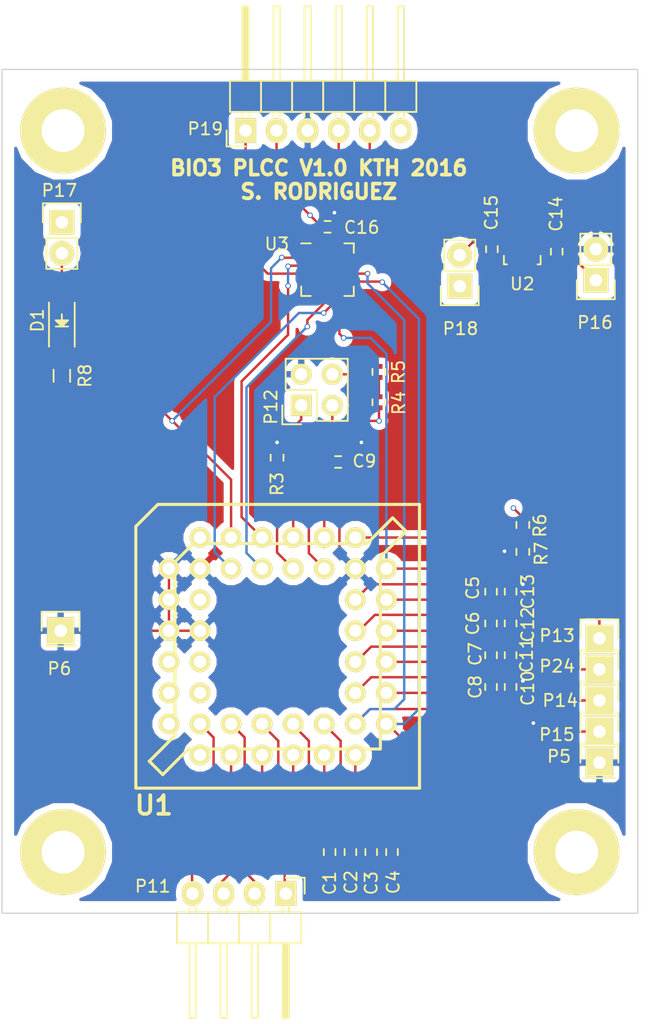
<source format=kicad_pcb>
(kicad_pcb (version 20160815) (host pcbnew no-vcs-found-undefined)
  (layers (0 F.Cu signal) (1 In1.Cu signal) (2 In2.Cu signal) (31 B.Cu signal) (35 F.Paste user) (37 F.SilkS user) (39 F.Mask user) (44 Edge.Cuts user))
  (net 0 "")
  (net 1 GND)
  (net 2 "Net-(C5-Pad2)")
  (net 3 "Net-(C6-Pad2)")
  (net 4 "Net-(C8-Pad2)")
  (net 5 +1V8)
  (net 6 "Net-(C10-Pad1)")
  (net 7 "Net-(C11-Pad1)")
  (net 8 "Net-(C12-Pad1)")
  (net 9 "Net-(C13-Pad1)")
  (net 10 "Net-(C14-Pad1)")
  (net 11 "Net-(C15-Pad1)")
  (net 12 "Net-(D1-Pad2)")
  (net 13 "Net-(D1-Pad1)")
  (net 14 "Net-(P11-Pad1)")
  (net 15 "Net-(P11-Pad2)")
  (net 16 "Net-(P11-Pad3)")
  (net 17 "Net-(P11-Pad4)")
  (net 18 "Net-(P12-Pad1)")
  (net 19 "Net-(P12-Pad3)")
  (net 20 "Net-(P12-Pad4)")
  (net 21 /VREF_SE)
  (net 22 /VOUTP)
  (net 23 /VOUTN)
  (net 24 /MCLR)
  (net 25 /PGD)
  (net 26 /PGC)
  (net 27 "Net-(R3-Pad2)")
  (net 28 "Net-(R4-Pad2)")
  (net 29 /CFG_DAT)
  (net 30 /CFG_CLK)
  (net 31 /CLK_REF)
  (net 32 /VOUT_SE)
  (net 33 "Net-(C1-Pad2)")
  (net 34 "Net-(C1-Pad1)")
  (net 35 "Net-(C2-Pad1)")
  (net 36 "Net-(C3-Pad2)")
  (net 37 "Net-(C3-Pad1)")
  (net 38 "Net-(C4-Pad1)")
  (net 39 "Net-(C7-Pad2)")
  (net 40 /RESET_SKIN)
  (module w_pth_plcc:plcc44_pth-skt (layer F.Cu) (at 123.55 97.17 180)
    (fp_text reference U1 (at 10.128 -13.01 180) (layer F.SilkS) (effects (font (thickness 0.3048))))
    (fp_text value SKINC2016_PLCC hide)
    (pad 44 thru_hole circle (at -1.27 8.89 180) (size 1.69926 1.69926) (drill 1.00076) (layers *.Cu *.Mask F.SilkS) (net 18 "Net-(P12-Pad1)"))
    (pad 43 thru_hole circle (at -3.81 6.35 180) (size 1.69926 1.69926) (drill 1.00076) (layers *.Cu *.Mask F.SilkS) (net 19 "Net-(P12-Pad3)"))
    (pad 42 thru_hole circle (at -3.81 8.89 180) (size 1.69926 1.69926) (drill 1.00076) (layers *.Cu *.Mask F.SilkS) (net 5 +1V8))
    (pad 41 thru_hole circle (at -6.35 6.35 180) (size 1.69926 1.69926) (drill 1.00076) (layers *.Cu *.Mask F.SilkS) (net 1 GND))
    (pad 40 thru_hole circle (at -6.35 8.89 180) (size 1.69926 1.69926) (drill 1.00076) (layers *.Cu *.Mask F.SilkS) (net 21 /VREF_SE))
    (pad 39 thru_hole circle (at -8.89 6.35 180) (size 1.69926 1.69926) (drill 1.00076) (layers *.Cu *.Mask F.SilkS) (net 32 /VOUT_SE))
    (pad 38 thru_hole circle (at -6.35 3.81 180) (size 1.69926 1.69926) (drill 1.00076) (layers *.Cu *.Mask F.SilkS) (net 2 "Net-(C5-Pad2)"))
    (pad 37 thru_hole circle (at -8.89 3.81 180) (size 1.69926 1.69926) (drill 1.00076) (layers *.Cu *.Mask F.SilkS) (net 9 "Net-(C13-Pad1)"))
    (pad 36 thru_hole circle (at -6.35 1.27 180) (size 1.69926 1.69926) (drill 1.00076) (layers *.Cu *.Mask F.SilkS) (net 3 "Net-(C6-Pad2)"))
    (pad 35 thru_hole circle (at -8.89 1.27 180) (size 1.69926 1.69926) (drill 1.00076) (layers *.Cu *.Mask F.SilkS) (net 8 "Net-(C12-Pad1)"))
    (pad 34 thru_hole circle (at -6.35 -1.27 180) (size 1.69926 1.69926) (drill 1.00076) (layers *.Cu *.Mask F.SilkS) (net 39 "Net-(C7-Pad2)"))
    (pad 33 thru_hole circle (at -8.89 -1.27 180) (size 1.69926 1.69926) (drill 1.00076) (layers *.Cu *.Mask F.SilkS) (net 7 "Net-(C11-Pad1)"))
    (pad 31 thru_hole circle (at -8.89 -3.81 180) (size 1.69926 1.69926) (drill 1.00076) (layers *.Cu *.Mask F.SilkS) (net 6 "Net-(C10-Pad1)"))
    (pad 30 thru_hole circle (at -6.35 -6.35 180) (size 1.69926 1.69926) (drill 1.00076) (layers *.Cu *.Mask F.SilkS) (net 22 /VOUTP))
    (pad 29 thru_hole circle (at -8.89 -6.35 180) (size 1.69926 1.69926) (drill 1.00076) (layers *.Cu *.Mask F.SilkS) (net 23 /VOUTN))
    (pad 28 thru_hole circle (at -6.35 -8.89 180) (size 1.69926 1.69926) (drill 1.00076) (layers *.Cu *.Mask F.SilkS) (net 38 "Net-(C4-Pad1)"))
    (pad 32 thru_hole circle (at -6.35 -3.81 180) (size 1.69926 1.69926) (drill 1.00076) (layers *.Cu *.Mask F.SilkS) (net 4 "Net-(C8-Pad2)"))
    (pad 27 thru_hole circle (at -3.81 -6.35 180) (size 1.69926 1.69926) (drill 1.00076) (layers *.Cu *.Mask F.SilkS) (net 37 "Net-(C3-Pad1)"))
    (pad 26 thru_hole circle (at -3.81 -8.89 180) (size 1.69926 1.69926) (drill 1.00076) (layers *.Cu *.Mask F.SilkS) (net 36 "Net-(C3-Pad2)"))
    (pad 25 thru_hole circle (at -1.27 -6.35 180) (size 1.69926 1.69926) (drill 1.00076) (layers *.Cu *.Mask F.SilkS) (net 35 "Net-(C2-Pad1)"))
    (pad 24 thru_hole circle (at -1.27 -8.89 180) (size 1.69926 1.69926) (drill 1.00076) (layers *.Cu *.Mask F.SilkS) (net 34 "Net-(C1-Pad1)"))
    (pad 23 thru_hole circle (at 1.27 -6.35 180) (size 1.69926 1.69926) (drill 1.00076) (layers *.Cu *.Mask F.SilkS) (net 33 "Net-(C1-Pad2)"))
    (pad 22 thru_hole circle (at 1.27 -8.89 180) (size 1.69926 1.69926) (drill 1.00076) (layers *.Cu *.Mask F.SilkS) (net 14 "Net-(P11-Pad1)"))
    (pad 21 thru_hole circle (at 3.81 -6.35 180) (size 1.69926 1.69926) (drill 1.00076) (layers *.Cu *.Mask F.SilkS) (net 15 "Net-(P11-Pad2)"))
    (pad 20 thru_hole circle (at 3.81 -8.89 180) (size 1.69926 1.69926) (drill 1.00076) (layers *.Cu *.Mask F.SilkS) (net 16 "Net-(P11-Pad3)"))
    (pad 19 thru_hole circle (at 6.35 -6.35 180) (size 1.69926 1.69926) (drill 1.00076) (layers *.Cu *.Mask F.SilkS) (net 17 "Net-(P11-Pad4)"))
    (pad 18 thru_hole circle (at 6.35 -8.89 180) (size 1.69926 1.69926) (drill 1.00076) (layers *.Cu *.Mask F.SilkS))
    (pad 17 thru_hole circle (at 8.89 -6.35 180) (size 1.69926 1.69926) (drill 1.00076) (layers *.Cu *.Mask F.SilkS))
    (pad 16 thru_hole circle (at 6.35 -3.81 180) (size 1.69926 1.69926) (drill 1.00076) (layers *.Cu *.Mask F.SilkS))
    (pad 15 thru_hole circle (at 8.89 -3.81 180) (size 1.69926 1.69926) (drill 1.00076) (layers *.Cu *.Mask F.SilkS))
    (pad 14 thru_hole circle (at 6.35 -1.27 180) (size 1.69926 1.69926) (drill 1.00076) (layers *.Cu *.Mask F.SilkS))
    (pad 13 thru_hole circle (at 8.89 -1.27 180) (size 1.69926 1.69926) (drill 1.00076) (layers *.Cu *.Mask F.SilkS))
    (pad 12 thru_hole circle (at 6.35 1.27 180) (size 1.69926 1.69926) (drill 1.00076) (layers *.Cu *.Mask F.SilkS) (net 1 GND))
    (pad 11 thru_hole circle (at 8.89 1.27 180) (size 1.69926 1.69926) (drill 1.00076) (layers *.Cu *.Mask F.SilkS) (net 1 GND))
    (pad 10 thru_hole circle (at 6.35 3.81 180) (size 1.69926 1.69926) (drill 1.00076) (layers *.Cu *.Mask F.SilkS) (net 5 +1V8))
    (pad 9 thru_hole circle (at 8.89 3.81 180) (size 1.69926 1.69926) (drill 1.00076) (layers *.Cu *.Mask F.SilkS) (net 1 GND))
    (pad 8 thru_hole circle (at 6.35 6.35 180) (size 1.69926 1.69926) (drill 1.00076) (layers *.Cu *.Mask F.SilkS) (net 1 GND))
    (pad 7 thru_hole circle (at 8.89 6.35 180) (size 1.69926 1.69926) (drill 1.00076) (layers *.Cu *.Mask F.SilkS) (net 1 GND))
    (pad 6 thru_hole circle (at 6.35 8.89 180) (size 1.69926 1.69926) (drill 1.00076) (layers *.Cu *.Mask F.SilkS) (net 5 +1V8))
    (pad 5 thru_hole circle (at 3.81 6.35 180) (size 1.69926 1.69926) (drill 1.00076) (layers *.Cu *.Mask F.SilkS) (net 29 /CFG_DAT))
    (pad 4 thru_hole circle (at 3.81 8.89 180) (size 1.69926 1.69926) (drill 1.00076) (layers *.Cu *.Mask F.SilkS) (net 40 /RESET_SKIN))
    (pad 3 thru_hole circle (at 1.27 6.35 180) (size 1.69926 1.69926) (drill 1.00076) (layers *.Cu *.Mask F.SilkS) (net 30 /CFG_CLK))
    (pad 1 thru_hole circle (at -1.27 6.35 180) (size 1.69926 1.69926) (drill 1.00076) (layers *.Cu *.Mask F.SilkS) (net 27 "Net-(R3-Pad2)"))
    (pad 2 thru_hole circle (at 1.27 8.89 180) (size 1.69926 1.69926) (drill 1.00076) (layers *.Cu *.Mask F.SilkS) (net 31 /CLK_REF))
  )
  (module Capacitors_SMD:C_0402 (layer F.Cu) (at 127.63 62.87)
    (fp_text reference C16 (at 2.79 0.05) (layer F.SilkS))
    (fp_text value 0.1U)
    (pad 2 smd rect (at 0.55 0) (size 0.6 0.5) (layers F.Cu F.Paste F.Mask) (net 1 GND))
    (pad 1 smd rect (at -0.55 0) (size 0.6 0.5) (layers F.Cu F.Paste F.Mask) (net 5 +1V8))
  )
  (module Capacitors_SMD:C_0402 (layer F.Cu) (at 127.8 114 270)
    (fp_text reference C1 (at 2.54 0 270) (layer F.SilkS))
    (fp_text value 1.5n)
    (pad 1 smd rect (at -0.55 0 270) (size 0.6 0.5) (layers F.Cu F.Paste F.Mask) (net 34 "Net-(C1-Pad1)"))
    (pad 2 smd rect (at 0.55 0 270) (size 0.6 0.5) (layers F.Cu F.Paste F.Mask) (net 33 "Net-(C1-Pad2)"))
  )
  (module Capacitors_SMD:C_0402 (layer F.Cu) (at 131.2 114 270)
    (fp_text reference C3 (at 2.54 0 270) (layer F.SilkS))
    (fp_text value 1.5n)
    (pad 2 smd rect (at 0.55 0 270) (size 0.6 0.5) (layers F.Cu F.Paste F.Mask) (net 36 "Net-(C3-Pad2)"))
    (pad 1 smd rect (at -0.55 0 270) (size 0.6 0.5) (layers F.Cu F.Paste F.Mask) (net 37 "Net-(C3-Pad1)"))
  )
  (module Capacitors_SMD:C_0402 (layer F.Cu) (at 141 92.7 90)
    (fp_text reference C5 (at 0.3 -1.5 90) (layer F.SilkS))
    (fp_text value 470p)
    (pad 2 smd rect (at 0.55 0 90) (size 0.6 0.5) (layers F.Cu F.Paste F.Mask) (net 2 "Net-(C5-Pad2)"))
    (pad 1 smd rect (at -0.55 0 90) (size 0.6 0.5) (layers F.Cu F.Paste F.Mask) (net 9 "Net-(C13-Pad1)"))
  )
  (module Capacitors_SMD:C_0402 (layer F.Cu) (at 141 95.3 90)
    (fp_text reference C6 (at 0 -1.5 90) (layer F.SilkS))
    (fp_text value 470p)
    (pad 2 smd rect (at 0.55 0 90) (size 0.6 0.5) (layers F.Cu F.Paste F.Mask) (net 3 "Net-(C6-Pad2)"))
    (pad 1 smd rect (at -0.55 0 90) (size 0.6 0.5) (layers F.Cu F.Paste F.Mask) (net 8 "Net-(C12-Pad1)"))
  )
  (module Capacitors_SMD:C_0402 (layer F.Cu) (at 141 97.9 90)
    (fp_text reference C7 (at 0.1 -1.3 90) (layer F.SilkS))
    (fp_text value 470p)
    (pad 2 smd rect (at 0.55 0 90) (size 0.6 0.5) (layers F.Cu F.Paste F.Mask) (net 39 "Net-(C7-Pad2)"))
    (pad 1 smd rect (at -0.55 0 90) (size 0.6 0.5) (layers F.Cu F.Paste F.Mask) (net 7 "Net-(C11-Pad1)"))
  )
  (module Capacitors_SMD:C_0402 (layer F.Cu) (at 141 100.5 90)
    (fp_text reference C8 (at 0 -1.3 90) (layer F.SilkS))
    (fp_text value 470p)
    (pad 2 smd rect (at 0.55 0 90) (size 0.6 0.5) (layers F.Cu F.Paste F.Mask) (net 4 "Net-(C8-Pad2)"))
    (pad 1 smd rect (at -0.55 0 90) (size 0.6 0.5) (layers F.Cu F.Paste F.Mask) (net 6 "Net-(C10-Pad1)"))
  )
  (module Capacitors_SMD:C_0402 (layer F.Cu) (at 128.5 82.1)
    (fp_text reference C9 (at 2.14 -0.07) (layer F.SilkS))
    (fp_text value 0.1U)
    (pad 2 smd rect (at 0.55 0) (size 0.6 0.5) (layers F.Cu F.Paste F.Mask) (net 1 GND))
    (pad 1 smd rect (at -0.55 0) (size 0.6 0.5) (layers F.Cu F.Paste F.Mask) (net 5 +1V8))
  )
  (module Capacitors_SMD:C_0402 (layer F.Cu) (at 142.6 100.5 90)
    (fp_text reference C10 (at -0.1 1.4 90) (layer F.SilkS))
    (fp_text value 470p)
    (pad 2 smd rect (at 0.55 0 90) (size 0.6 0.5) (layers F.Cu F.Paste F.Mask) (net 1 GND))
    (pad 1 smd rect (at -0.55 0 90) (size 0.6 0.5) (layers F.Cu F.Paste F.Mask) (net 6 "Net-(C10-Pad1)"))
  )
  (module Capacitors_SMD:C_0402 (layer F.Cu) (at 142.6 97.9 90)
    (fp_text reference C11 (at 0 1.3 90) (layer F.SilkS))
    (fp_text value 470p)
    (pad 2 smd rect (at 0.55 0 90) (size 0.6 0.5) (layers F.Cu F.Paste F.Mask) (net 1 GND))
    (pad 1 smd rect (at -0.55 0 90) (size 0.6 0.5) (layers F.Cu F.Paste F.Mask) (net 7 "Net-(C11-Pad1)"))
  )
  (module Capacitors_SMD:C_0402 (layer F.Cu) (at 142.6 95.3 90)
    (fp_text reference C12 (at -0.1 1.4 90) (layer F.SilkS))
    (fp_text value 470p)
    (pad 2 smd rect (at 0.55 0 90) (size 0.6 0.5) (layers F.Cu F.Paste F.Mask) (net 1 GND))
    (pad 1 smd rect (at -0.55 0 90) (size 0.6 0.5) (layers F.Cu F.Paste F.Mask) (net 8 "Net-(C12-Pad1)"))
  )
  (module Capacitors_SMD:C_0402 (layer F.Cu) (at 142.6 92.7 90)
    (fp_text reference C13 (at 0 1.4 90) (layer F.SilkS))
    (fp_text value 470p)
    (pad 2 smd rect (at 0.55 0 90) (size 0.6 0.5) (layers F.Cu F.Paste F.Mask) (net 1 GND))
    (pad 1 smd rect (at -0.55 0 90) (size 0.6 0.5) (layers F.Cu F.Paste F.Mask) (net 9 "Net-(C13-Pad1)"))
  )
  (module Capacitors_SMD:C_0402 (layer F.Cu) (at 146.369903 64.901733 90)
    (fp_text reference C14 (at 3.081733 -0.059903 90) (layer F.SilkS))
    (fp_text value 1u)
    (pad 2 smd rect (at 0.55 0 90) (size 0.6 0.5) (layers F.Cu F.Paste F.Mask) (net 1 GND))
    (pad 1 smd rect (at -0.55 0 90) (size 0.6 0.5) (layers F.Cu F.Paste F.Mask) (net 10 "Net-(C14-Pad1)"))
  )
  (module Capacitors_SMD:C_0402 (layer F.Cu) (at 141.069903 64.701733 270)
    (fp_text reference C15 (at -2.991733 0.049903 270) (layer F.SilkS))
    (fp_text value 1u)
    (pad 2 smd rect (at 0.55 0 270) (size 0.6 0.5) (layers F.Cu F.Paste F.Mask) (net 1 GND))
    (pad 1 smd rect (at -0.55 0 270) (size 0.6 0.5) (layers F.Cu F.Paste F.Mask) (net 11 "Net-(C15-Pad1)"))
  )
  (module LEDs:LED_1206 (layer F.Cu) (at 105.9 70.51986 90)
    (fp_text reference D1 (at 0 -2 90) (layer F.SilkS))
    (fp_text value LED)
    (pad 1 smd rect (at -1.41986 0 270) (size 1.59766 1.80086) (layers F.Cu F.Paste F.Mask) (net 13 "Net-(D1-Pad1)"))
    (pad 2 smd rect (at 1.41986 0 270) (size 1.59766 1.80086) (layers F.Cu F.Paste F.Mask) (net 12 "Net-(D1-Pad2)"))
  )
  (module Pin_Headers:Pin_Header_Straight_1x01 (layer F.Cu) (at 149.86 106.68)
    (fp_text reference P5 (at -3.3 -0.5) (layer F.SilkS))
    (fp_text value CONN_01X01)
    (pad 1 thru_hole rect (at 0 0) (size 2.2352 2.2352) (drill 1.016) (layers *.Cu *.Mask F.SilkS) (net 1 GND))
  )
  (module Pin_Headers:Pin_Header_Straight_1x01 (layer F.Cu) (at 105.8 95.9)
    (fp_text reference P6 (at -0.1 3.1) (layer F.SilkS))
    (fp_text value CONN_01X01)
    (pad 1 thru_hole rect (at 0 0) (size 2.2352 2.2352) (drill 1.016) (layers *.Cu *.Mask F.SilkS) (net 1 GND))
  )
  (module Pin_Headers:Pin_Header_Angled_1x04 (layer F.Cu) (at 124.21 117.39 270)
    (fp_text reference P11 (at -0.6 10.88) (layer F.SilkS))
    (fp_text value CONN_01X04)
    (pad 4 thru_hole oval (at 0 7.62 270) (size 2.032 1.7272) (drill 1.016) (layers *.Cu *.Mask F.SilkS) (net 17 "Net-(P11-Pad4)"))
    (pad 3 thru_hole oval (at 0 5.08 270) (size 2.032 1.7272) (drill 1.016) (layers *.Cu *.Mask F.SilkS) (net 16 "Net-(P11-Pad3)"))
    (pad 2 thru_hole oval (at 0 2.54 270) (size 2.032 1.7272) (drill 1.016) (layers *.Cu *.Mask F.SilkS) (net 15 "Net-(P11-Pad2)"))
    (pad 1 thru_hole rect (at 0 0 270) (size 2.032 1.7272) (drill 1.016) (layers *.Cu *.Mask F.SilkS) (net 14 "Net-(P11-Pad1)"))
  )
  (module Pin_Headers:Pin_Header_Straight_2x02 (layer F.Cu) (at 125.476 77.47 90)
    (fp_text reference P12 (at -0.13 -2.476 90) (layer F.SilkS))
    (fp_text value CONN_02X02)
    (pad 4 thru_hole oval (at 2.54 2.54 90) (size 1.7272 1.7272) (drill 1.016) (layers *.Cu *.Mask F.SilkS) (net 20 "Net-(P12-Pad4)"))
    (pad 3 thru_hole oval (at 0 2.54 90) (size 1.7272 1.7272) (drill 1.016) (layers *.Cu *.Mask F.SilkS) (net 19 "Net-(P12-Pad3)"))
    (pad 2 thru_hole oval (at 2.54 0 90) (size 1.7272 1.7272) (drill 1.016) (layers *.Cu *.Mask F.SilkS) (net 1 GND))
    (pad 1 thru_hole rect (at 0 0 90) (size 1.7272 1.7272) (drill 1.016) (layers *.Cu *.Mask F.SilkS) (net 18 "Net-(P12-Pad1)"))
  )
  (module Pin_Headers:Pin_Header_Straight_1x01 (layer F.Cu) (at 149.86 96.52)
    (fp_text reference P13 (at -3.46 -0.22) (layer F.SilkS))
    (fp_text value CONN_01X01)
    (pad 1 thru_hole rect (at 0 0) (size 2.2352 2.2352) (drill 1.016) (layers *.Cu *.Mask F.SilkS) (net 21 /VREF_SE))
  )
  (module Pin_Headers:Pin_Header_Straight_1x01 (layer F.Cu) (at 149.86 101.6)
    (fp_text reference P14 (at -3.203333 0.005) (layer F.SilkS))
    (fp_text value CONN_01X01)
    (pad 1 thru_hole rect (at 0 0) (size 2.2352 2.2352) (drill 1.016) (layers *.Cu *.Mask F.SilkS) (net 22 /VOUTP))
  )
  (module Pin_Headers:Pin_Header_Straight_1x01 (layer F.Cu) (at 149.86 104.14)
    (fp_text reference P15 (at -3.473333 0.255) (layer F.SilkS))
    (fp_text value CONN_01X01)
    (pad 1 thru_hole rect (at 0 0) (size 2.2352 2.2352) (drill 1.016) (layers *.Cu *.Mask F.SilkS) (net 23 /VOUTN))
  )
  (module Pin_Headers:Pin_Header_Straight_1x02 (layer F.Cu) (at 149.569903 67.241733 180)
    (fp_text reference P16 (at 0.069903 -3.458267 180) (layer F.SilkS))
    (fp_text value CONN_01X02)
    (pad 2 thru_hole oval (at 0 2.54 180) (size 2.032 2.032) (drill 1.016) (layers *.Cu *.Mask F.SilkS) (net 1 GND))
    (pad 1 thru_hole rect (at 0 0 180) (size 2.032 2.032) (drill 1.016) (layers *.Cu *.Mask F.SilkS) (net 10 "Net-(C14-Pad1)"))
  )
  (module Pin_Headers:Pin_Header_Straight_1x02 (layer F.Cu) (at 105.9 62.5)
    (fp_text reference P17 (at -0.2 -2.6) (layer F.SilkS))
    (fp_text value CONN_01X02)
    (pad 2 thru_hole oval (at 0 2.54) (size 2.032 2.032) (drill 1.016) (layers *.Cu *.Mask F.SilkS) (net 12 "Net-(D1-Pad2)"))
    (pad 1 thru_hole rect (at 0 0) (size 2.032 2.032) (drill 1.016) (layers *.Cu *.Mask F.SilkS) (net 5 +1V8))
  )
  (module Pin_Headers:Pin_Header_Straight_1x02 (layer F.Cu) (at 138.440756 67.73152 180)
    (fp_text reference P18 (at -0.059244 -3.46848 180) (layer F.SilkS))
    (fp_text value CONN_01X02)
    (pad 2 thru_hole oval (at 0 2.54 180) (size 2.032 2.032) (drill 1.016) (layers *.Cu *.Mask F.SilkS) (net 11 "Net-(C15-Pad1)"))
    (pad 1 thru_hole rect (at 0 0 180) (size 2.032 2.032) (drill 1.016) (layers *.Cu *.Mask F.SilkS) (net 5 +1V8))
  )
  (module Pin_Headers:Pin_Header_Angled_1x06 (layer F.Cu) (at 120.92 55 90)
    (fp_text reference P19 (at 0.14 -3.29 180) (layer F.SilkS))
    (fp_text value CONN_01X06)
    (pad 6 thru_hole oval (at 0 12.7 90) (size 2.032 1.7272) (drill 1.016) (layers *.Cu *.Mask F.SilkS))
    (pad 5 thru_hole oval (at 0 10.16 90) (size 2.032 1.7272) (drill 1.016) (layers *.Cu *.Mask F.SilkS) (net 26 /PGC))
    (pad 4 thru_hole oval (at 0 7.62 90) (size 2.032 1.7272) (drill 1.016) (layers *.Cu *.Mask F.SilkS) (net 25 /PGD))
    (pad 3 thru_hole oval (at 0 5.08 90) (size 2.032 1.7272) (drill 1.016) (layers *.Cu *.Mask F.SilkS) (net 1 GND))
    (pad 2 thru_hole oval (at 0 2.54 90) (size 2.032 1.7272) (drill 1.016) (layers *.Cu *.Mask F.SilkS) (net 5 +1V8))
    (pad 1 thru_hole rect (at 0 0 90) (size 2.032 1.7272) (drill 1.016) (layers *.Cu *.Mask F.SilkS) (net 24 /MCLR))
  )
  (module Mounting_Holes:MountingHole_3.5mm_Pad (layer F.Cu) (at 106 114)
    (fp_text reference P20 (at -0.31 0.03) (layer F.SilkS))
    (fp_text value CONN_01X01)
    (pad 1 thru_hole circle (at 0 0) (size 7 7) (drill 3.5) (layers *.Cu *.Mask F.SilkS))
  )
  (module Mounting_Holes:MountingHole_3.5mm_Pad (layer F.Cu) (at 148 114)
    (fp_text reference P21 (at 0 0) (layer F.SilkS))
    (fp_text value CONN_01X01)
    (pad 1 thru_hole circle (at 0 0) (size 7 7) (drill 3.5) (layers *.Cu *.Mask F.SilkS))
  )
  (module Mounting_Holes:MountingHole_3.5mm_Pad (layer F.Cu) (at 106 55)
    (fp_text reference P22 (at 0 0) (layer F.SilkS))
    (fp_text value CONN_01X01)
    (pad 1 thru_hole circle (at 0 0) (size 7 7) (drill 3.5) (layers *.Cu *.Mask F.SilkS))
  )
  (module Mounting_Holes:MountingHole_3.5mm_Pad (layer F.Cu) (at 148 55)
    (fp_text reference P23 (at 0 0) (layer F.SilkS))
    (fp_text value CONN_01X01)
    (pad 1 thru_hole circle (at 0 0) (size 7 7) (drill 3.5) (layers *.Cu *.Mask F.SilkS))
  )
  (module Resistors_SMD:R_0402 (layer F.Cu) (at 123.5 81.75 270)
    (fp_text reference R3 (at 2.15 0 270) (layer F.SilkS))
    (fp_text value 1M)
    (pad 2 smd rect (at 0.45 0 270) (size 0.4 0.6) (layers F.Cu F.Paste F.Mask) (net 27 "Net-(R3-Pad2)"))
    (pad 1 smd rect (at -0.45 0 270) (size 0.4 0.6) (layers F.Cu F.Paste F.Mask) (net 1 GND))
  )
  (module Resistors_SMD:R_0402 (layer F.Cu) (at 131.826 77.216 90)
    (fp_text reference R4 (at -0.064 1.634 90) (layer F.SilkS))
    (fp_text value R_Small)
    (pad 2 smd rect (at 0.45 0 90) (size 0.4 0.6) (layers F.Cu F.Paste F.Mask) (net 28 "Net-(R4-Pad2)"))
    (pad 1 smd rect (at -0.45 0 90) (size 0.4 0.6) (layers F.Cu F.Paste F.Mask) (net 5 +1V8))
  )
  (module Resistors_SMD:R_0402 (layer F.Cu) (at 131.826 74.734 90)
    (fp_text reference R5 (at -0.006 1.604 90) (layer F.SilkS))
    (fp_text value R_Small)
    (pad 2 smd rect (at 0.45 0 90) (size 0.4 0.6) (layers F.Cu F.Paste F.Mask) (net 20 "Net-(P12-Pad4)"))
    (pad 1 smd rect (at -0.45 0 90) (size 0.4 0.6) (layers F.Cu F.Paste F.Mask) (net 28 "Net-(R4-Pad2)"))
  )
  (module Resistors_SMD:R_0402 (layer F.Cu) (at 143.6 87.25 270)
    (fp_text reference R6 (at 0.05 -1.4 270) (layer F.SilkS))
    (fp_text value 100k)
    (pad 2 smd rect (at 0.45 0 270) (size 0.4 0.6) (layers F.Cu F.Paste F.Mask) (net 21 /VREF_SE))
    (pad 1 smd rect (at -0.45 0 270) (size 0.4 0.6) (layers F.Cu F.Paste F.Mask) (net 5 +1V8))
  )
  (module Resistors_SMD:R_0402 (layer F.Cu) (at 143.6 89.45 270)
    (fp_text reference R7 (at 0.15 -1.5 270) (layer F.SilkS))
    (fp_text value 100k)
    (pad 2 smd rect (at 0.45 0 270) (size 0.4 0.6) (layers F.Cu F.Paste F.Mask) (net 1 GND))
    (pad 1 smd rect (at -0.45 0 270) (size 0.4 0.6) (layers F.Cu F.Paste F.Mask) (net 21 /VREF_SE))
  )
  (module Resistors_SMD:R_0603 (layer F.Cu) (at 105.9 75.05 270)
    (fp_text reference R8 (at 0 -1.9 270) (layer F.SilkS))
    (fp_text value R)
    (pad 2 smd rect (at 0.75 0 270) (size 0.5 0.9) (layers F.Cu F.Paste F.Mask) (net 40 /RESET_SKIN))
    (pad 1 smd rect (at -0.75 0 270) (size 0.5 0.9) (layers F.Cu F.Paste F.Mask) (net 13 "Net-(D1-Pad1)"))
  )
  (module TO_SOT_Packages_SMD:SOT-23 (layer F.Cu) (at 143.550756 65.28952 180)
    (fp_text reference U2 (at 0 -2.25 180) (layer F.SilkS))
    (fp_text value MCP1702_SOT23)
    (pad 3 smd rect (at 0 -0.99822 180) (size 0.8001 0.8001) (layers F.Cu F.Paste F.Mask) (net 10 "Net-(C14-Pad1)"))
    (pad 2 smd rect (at 0.95 1.00076 180) (size 0.8001 0.8001) (layers F.Cu F.Paste F.Mask) (net 11 "Net-(C15-Pad1)"))
    (pad 1 smd rect (at -0.95 1.00076 180) (size 0.8001 0.8001) (layers F.Cu F.Paste F.Mask) (net 1 GND))
  )
  (module Housings_DFN_QFN:QFN-16-1EP_4x4mm_Pitch0.65mm (layer F.Cu) (at 127.625 66.375)
    (fp_text reference U3 (at -4.14 -2.1) (layer F.SilkS))
    (fp_text value PIC16LF1823_QFN)
    (pad 17 smd rect (at -0.625 -0.625) (size 1.25 1.25) (layers F.Cu F.Paste F.Mask))
    (pad 17 smd rect (at -0.625 0.625) (size 1.25 1.25) (layers F.Cu F.Paste F.Mask))
    (pad 17 smd rect (at 0.625 -0.625) (size 1.25 1.25) (layers F.Cu F.Paste F.Mask))
    (pad 17 smd rect (at 0.625 0.625) (size 1.25 1.25) (layers F.Cu F.Paste F.Mask))
    (pad 16 smd rect (at -0.975 -2 90) (size 0.8 0.35) (layers F.Cu F.Paste F.Mask) (net 5 +1V8))
    (pad 15 smd rect (at -0.325 -2 90) (size 0.8 0.35) (layers F.Cu F.Paste F.Mask))
    (pad 14 smd rect (at 0.325 -2 90) (size 0.8 0.35) (layers F.Cu F.Paste F.Mask))
    (pad 13 smd rect (at 0.975 -2 90) (size 0.8 0.35) (layers F.Cu F.Paste F.Mask) (net 1 GND))
    (pad 12 smd rect (at 2 -0.975) (size 0.8 0.35) (layers F.Cu F.Paste F.Mask) (net 25 /PGD))
    (pad 11 smd rect (at 2 -0.325) (size 0.8 0.35) (layers F.Cu F.Paste F.Mask) (net 26 /PGC))
    (pad 10 smd rect (at 2 0.325) (size 0.8 0.35) (layers F.Cu F.Paste F.Mask) (net 22 /VOUTP))
    (pad 9 smd rect (at 2 0.975) (size 0.8 0.35) (layers F.Cu F.Paste F.Mask) (net 23 /VOUTN))
    (pad 8 smd rect (at 0.975 2 90) (size 0.8 0.35) (layers F.Cu F.Paste F.Mask) (net 32 /VOUT_SE))
    (pad 7 smd rect (at 0.325 2 90) (size 0.8 0.35) (layers F.Cu F.Paste F.Mask) (net 29 /CFG_DAT))
    (pad 6 smd rect (at -0.325 2 90) (size 0.8 0.35) (layers F.Cu F.Paste F.Mask) (net 30 /CFG_CLK))
    (pad 5 smd rect (at -0.975 2 90) (size 0.8 0.35) (layers F.Cu F.Paste F.Mask))
    (pad 4 smd rect (at -2 0.975) (size 0.8 0.35) (layers F.Cu F.Paste F.Mask))
    (pad 3 smd rect (at -2 0.325) (size 0.8 0.35) (layers F.Cu F.Paste F.Mask) (net 24 /MCLR))
    (pad 2 smd rect (at -2 -0.325) (size 0.8 0.35) (layers F.Cu F.Paste F.Mask) (net 31 /CLK_REF))
    (pad 1 smd rect (at -2 -0.975) (size 0.8 0.35) (layers F.Cu F.Paste F.Mask) (net 40 /RESET_SKIN))
  )
  (module Pin_Headers:Pin_Header_Straight_1x01 (layer F.Cu) (at 149.86 99.06)
    (fp_text reference P24 (at -3.46 -0.26) (layer F.SilkS))
    (fp_text value CONN_01X01)
    (pad 1 thru_hole rect (at 0 0) (size 2.2352 2.2352) (drill 1.016) (layers *.Cu *.Mask F.SilkS) (net 32 /VOUT_SE))
  )
  (module Capacitors_SMD:C_0402 (layer F.Cu) (at 129.5 114 270)
    (fp_text reference C2 (at 2.46 -0.04 270) (layer F.SilkS))
    (fp_text value 1.5n)
    (pad 2 smd rect (at 0.55 0 270) (size 0.6 0.5) (layers F.Cu F.Paste F.Mask) (net 33 "Net-(C1-Pad2)"))
    (pad 1 smd rect (at -0.55 0 270) (size 0.6 0.5) (layers F.Cu F.Paste F.Mask) (net 35 "Net-(C2-Pad1)"))
  )
  (module Capacitors_SMD:C_0402 (layer F.Cu) (at 132.9 114 270)
    (fp_text reference C4 (at 2.46 -0.1 270) (layer F.SilkS))
    (fp_text value 1.5n)
    (pad 1 smd rect (at -0.55 0 270) (size 0.6 0.5) (layers F.Cu F.Paste F.Mask) (net 38 "Net-(C4-Pad1)"))
    (pad 2 smd rect (at 0.55 0 270) (size 0.6 0.5) (layers F.Cu F.Paste F.Mask) (net 36 "Net-(C3-Pad2)"))
  )
  (gr_text "BIO3 PLCC V1.0 KTH 2016\nS. RODRIGUEZ" (at 126.91 59.03) (layer F.SilkS) (effects (font (size 1.2 1.2) (thickness 0.3))))
  (gr_line (start 101 50) (end 101 119) (layer Edge.Cuts) (width 0.1))
  (gr_line (start 153 50) (end 101 50) (layer Edge.Cuts) (width 0.1))
  (gr_line (start 153 119) (end 153 50) (layer Edge.Cuts) (width 0.1))
  (gr_line (start 101 119) (end 153 119) (layer Edge.Cuts) (width 0.1))
  (segment (start 117.2 90.82) (end 114.66 93.36) (width 0.2) (layer F.Cu) (net 1))
  (segment (start 114.66 90.82) (end 114.66 93.36) (width 0.2) (layer F.Cu) (net 1))
  (segment (start 114.66 93.36) (end 114.66 95.9) (width 0.2) (layer F.Cu) (net 1))
  (segment (start 117.2 95.9) (end 114.66 95.9) (width 0.2) (layer F.Cu) (net 1))
  (segment (start 114.66 95.9) (end 105.8 95.9) (width 0.2) (layer F.Cu) (net 1))
  (segment (start 143.6 92.1) (end 143.6 94.8) (width 0.2) (layer F.Cu) (net 1))
  (segment (start 143.55 92.15) (end 142.6 92.15) (width 0.2) (layer F.Cu) (net 1))
  (segment (start 143.6 92.1) (end 143.55 92.15) (width 0.2) (layer F.Cu) (net 1))
  (via (at 143.6 92.1) (size 0.46) (drill 0.3) (layers F.Cu B.Cu) (net 1))
  (segment (start 142.6 89.9) (end 143.6 89.9) (width 0.2) (layer F.Cu) (net 1))
  (segment (start 142.1 89.4) (end 142.6 89.9) (width 0.2) (layer F.Cu) (net 1))
  (via (at 142.1 89.4) (size 0.46) (drill 0.3) (layers F.Cu B.Cu) (net 1))
  (segment (start 142.6 97.35) (end 143.6 97.35) (width 0.2) (layer F.Cu) (net 1))
  (segment (start 143.6 100) (end 143.6 97.35) (width 0.2) (layer F.Cu) (net 1))
  (segment (start 143.6 97.35) (end 143.6 94.8) (width 0.2) (layer F.Cu) (net 1))
  (segment (start 143.55 94.75) (end 142.6 94.75) (width 0.2) (layer F.Cu) (net 1))
  (segment (start 143.6 94.8) (end 143.55 94.75) (width 0.2) (layer F.Cu) (net 1))
  (segment (start 143.55 99.95) (end 142.6 99.95) (width 0.2) (layer F.Cu) (net 1))
  (segment (start 143.6 100) (end 143.55 99.95) (width 0.2) (layer F.Cu) (net 1))
  (via (at 143.6 100) (size 0.46) (drill 0.3) (layers F.Cu B.Cu) (net 1))
  (segment (start 130.4 80.5) (end 129.05 81.85) (width 0.2) (layer F.Cu) (net 1))
  (via (at 130.4 80.5) (size 0.46) (drill 0.3) (layers F.Cu B.Cu) (net 1))
  (segment (start 129.05 81.85) (end 129.05 82.1) (width 0.2) (layer F.Cu) (net 1))
  (segment (start 129.05 82.1) (end 129.05 83.55) (width 0.2) (layer F.Cu) (net 1))
  (segment (start 128.6 89.52) (end 129.9 90.82) (width 0.2) (layer F.Cu) (net 1))
  (segment (start 128.6 84) (end 128.6 89.52) (width 0.2) (layer F.Cu) (net 1))
  (segment (start 129.05 83.55) (end 128.6 84) (width 0.2) (layer F.Cu) (net 1))
  (via (at 123.5 80.5) (size 0.46) (drill 0.3) (layers F.Cu B.Cu) (net 1))
  (segment (start 123.5 80.46) (end 123.5 80.5) (width 0.2) (layer F.Cu) (net 1))
  (segment (start 123.5 80.5) (end 123.5 81.3) (width 0.2) (layer F.Cu) (net 1))
  (segment (start 144.45 103.44) (end 144.46 103.45) (width 0.2) (layer F.Cu) (net 1))
  (via (at 144.46 103.45) (size 0.46) (drill 0.3) (layers F.Cu B.Cu) (net 1))
  (segment (start 128.18 62.87) (end 128.18 61.73) (width 0.2) (layer F.Cu) (net 1))
  (segment (start 128.18 61.73) (end 128.19 61.72) (width 0.2) (layer F.Cu) (net 1))
  (via (at 128.19 61.72) (size 0.46) (drill 0.3) (layers F.Cu B.Cu) (net 1))
  (segment (start 128.6 64.375) (end 128.6 63.29) (width 0.2) (layer F.Cu) (net 1))
  (segment (start 128.6 63.29) (end 128.18 62.87) (width 0.2) (layer F.Cu) (net 1))
  (segment (start 141.069903 65.251733) (end 144.137833 65.251733) (width 0.2) (layer F.Cu) (net 1))
  (segment (start 144.137833 65.251733) (end 144.500756 64.88881) (width 0.2) (layer F.Cu) (net 1))
  (segment (start 144.500756 64.88881) (end 144.500756 64.28876) (width 0.2) (layer F.Cu) (net 1))
  (segment (start 146.369903 64.351733) (end 144.563729 64.351733) (width 0.2) (layer F.Cu) (net 1))
  (segment (start 144.563729 64.351733) (end 144.500756 64.28876) (width 0.2) (layer F.Cu) (net 1))
  (segment (start 149.569903 64.701733) (end 146.719903 64.701733) (width 0.2) (layer F.Cu) (net 1))
  (segment (start 146.719903 64.701733) (end 146.369903 64.351733) (width 0.2) (layer F.Cu) (net 1))
  (segment (start 148.5424 106.68) (end 149.86 106.68) (width 0.2) (layer F.Cu) (net 1))
  (segment (start 129.9 93.36) (end 129.9 93.35) (width 0.2) (layer F.Cu) (net 2))
  (segment (start 129.9 93.35) (end 131.15 92.1) (width 0.2) (layer F.Cu) (net 2))
  (segment (start 131.15 92.1) (end 140.8 92.1) (width 0.2) (layer F.Cu) (net 2))
  (segment (start 140.8 92.1) (end 141 92.3) (width 0.2) (layer F.Cu) (net 2))
  (segment (start 129.9 95.9) (end 130.2 95.9) (width 0.2) (layer F.Cu) (net 3))
  (segment (start 130.2 95.9) (end 131.5 94.6) (width 0.2) (layer F.Cu) (net 3))
  (segment (start 131.5 94.6) (end 140.85 94.6) (width 0.2) (layer F.Cu) (net 3))
  (segment (start 140.85 94.6) (end 141 94.75) (width 0.2) (layer F.Cu) (net 3))
  (segment (start 129.9 100.98) (end 129.92 100.98) (width 0.2) (layer F.Cu) (net 4))
  (segment (start 129.92 100.98) (end 131.2 99.7) (width 0.2) (layer F.Cu) (net 4))
  (segment (start 131.2 99.7) (end 140.75 99.7) (width 0.2) (layer F.Cu) (net 4))
  (segment (start 140.75 99.7) (end 141 99.95) (width 0.2) (layer F.Cu) (net 4))
  (segment (start 127.36 88.28) (end 127.36 89.06) (width 0.2) (layer F.Cu) (net 5))
  (segment (start 131.84 78.74) (end 130.36 78.74) (width 0.2) (layer F.Cu) (net 5))
  (segment (start 127.95 81.15) (end 127.95 82.1) (width 0.2) (layer F.Cu) (net 5))
  (segment (start 130.36 78.74) (end 127.95 81.15) (width 0.2) (layer F.Cu) (net 5))
  (segment (start 127.36 88.28) (end 127.36 82.69) (width 0.2) (layer F.Cu) (net 5))
  (segment (start 127.36 82.69) (end 127.95 82.1) (width 0.2) (layer F.Cu) (net 5))
  (segment (start 126.2 61.927484) (end 123.466258 59.193742) (width 0.2) (layer F.Cu) (net 5))
  (segment (start 127.08 62.807484) (end 126.2 61.927484) (width 0.2) (layer F.Cu) (net 5))
  (via (at 126.2 61.927484) (size 0.46) (drill 0.3) (layers F.Cu B.Cu) (net 5))
  (segment (start 131.84 78.74) (end 131.84 77.68) (width 0.2) (layer F.Cu) (net 5))
  (segment (start 131.84 77.68) (end 131.826 77.666) (width 0.2) (layer F.Cu) (net 5))
  (via (at 131.84 78.74) (size 0.46) (drill 0.3) (layers F.Cu B.Cu) (net 5))
  (segment (start 143.6 86.8) (end 143.6 86.64) (width 0.2) (layer F.Cu) (net 5))
  (segment (start 143.6 86.64) (end 142.83 85.87) (width 0.2) (layer F.Cu) (net 5))
  (via (at 142.83 85.87) (size 0.46) (drill 0.3) (layers F.Cu B.Cu) (net 5))
  (segment (start 127.08 62.87) (end 127.08 62.807484) (width 0.2) (layer F.Cu) (net 5))
  (segment (start 123.46 59.2) (end 123.46 55) (width 0.2) (layer F.Cu) (net 5))
  (segment (start 123.466258 59.193742) (end 123.46 59.2) (width 0.2) (layer F.Cu) (net 5))
  (segment (start 126.65 64.375) (end 126.65 63.3) (width 0.2) (layer F.Cu) (net 5))
  (segment (start 126.65 63.3) (end 127.08 62.87) (width 0.2) (layer F.Cu) (net 5))
  (segment (start 132.44 100.98) (end 140.93 100.98) (width 0.2) (layer F.Cu) (net 6))
  (segment (start 140.93 100.98) (end 141 101.05) (width 0.2) (layer F.Cu) (net 6))
  (segment (start 141 101.05) (end 142.6 101.05) (width 0.2) (layer F.Cu) (net 6))
  (segment (start 132.44 98.44) (end 140.99 98.44) (width 0.2) (layer F.Cu) (net 7))
  (segment (start 140.99 98.44) (end 141 98.45) (width 0.2) (layer F.Cu) (net 7))
  (segment (start 141 98.45) (end 142.6 98.45) (width 0.2) (layer F.Cu) (net 7))
  (segment (start 132.44 95.9) (end 140.95 95.9) (width 0.2) (layer F.Cu) (net 8))
  (segment (start 140.95 95.9) (end 141 95.85) (width 0.2) (layer F.Cu) (net 8))
  (segment (start 141 95.85) (end 142.6 95.85) (width 0.2) (layer F.Cu) (net 8))
  (segment (start 132.44 93.36) (end 140.89 93.36) (width 0.2) (layer F.Cu) (net 9))
  (segment (start 140.89 93.36) (end 141 93.25) (width 0.2) (layer F.Cu) (net 9))
  (segment (start 141 93.25) (end 142.6 93.25) (width 0.2) (layer F.Cu) (net 9))
  (segment (start 146.369903 65.451733) (end 147.779903 65.451733) (width 0.2) (layer F.Cu) (net 10))
  (segment (start 147.779903 65.451733) (end 149.569903 67.241733) (width 0.2) (layer F.Cu) (net 10))
  (segment (start 143.550756 66.28774) (end 145.583896 66.28774) (width 0.2) (layer F.Cu) (net 10))
  (segment (start 145.583896 66.28774) (end 146.369903 65.501733) (width 0.2) (layer F.Cu) (net 10))
  (segment (start 146.369903 65.501733) (end 146.369903 65.451733) (width 0.2) (layer F.Cu) (net 10))
  (segment (start 141.069903 64.151733) (end 142.463729 64.151733) (width 0.2) (layer F.Cu) (net 11))
  (segment (start 142.463729 64.151733) (end 142.600756 64.28876) (width 0.2) (layer F.Cu) (net 11))
  (segment (start 141.069903 64.151733) (end 139.480543 64.151733) (width 0.2) (layer F.Cu) (net 11))
  (segment (start 139.480543 64.151733) (end 138.440756 65.19152) (width 0.2) (layer F.Cu) (net 11))
  (segment (start 105.9 69.1) (end 105.9 65.04) (width 0.2) (layer F.Cu) (net 12))
  (segment (start 105.9 74.3) (end 105.9 73.85) (width 0.2) (layer F.Cu) (net 13))
  (segment (start 105.9 73.85) (end 105.9 71.93972) (width 0.2) (layer F.Cu) (net 13))
  (segment (start 124.123112 115.246847) (end 124.123112 117.546625) (width 0.2) (layer F.Cu) (net 14))
  (segment (start 122.28 106.06) (end 122.28 113.403735) (width 0.2) (layer F.Cu) (net 14))
  (segment (start 122.28 113.403735) (end 124.123112 115.246847) (width 0.2) (layer F.Cu) (net 14))
  (segment (start 121.608721 117.546625) (end 121.608721 116.353309) (width 0.2) (layer F.Cu) (net 15))
  (segment (start 121.608721 116.353309) (end 120.849631 115.594219) (width 0.2) (layer F.Cu) (net 15))
  (segment (start 120.849631 115.594219) (end 120.849631 104.629631) (width 0.2) (layer F.Cu) (net 15))
  (segment (start 120.849631 104.629631) (end 120.589629 104.369629) (width 0.2) (layer F.Cu) (net 15))
  (segment (start 120.589629 104.369629) (end 119.74 103.52) (width 0.2) (layer F.Cu) (net 15))
  (segment (start 119.74 115.66) (end 119.016 116.384) (width 0.2) (layer F.Cu) (net 16))
  (segment (start 119.016 117.468295) (end 119.0629 117.515195) (width 0.2) (layer F.Cu) (net 16))
  (segment (start 119.74 106.06) (end 119.74 115.66) (width 0.2) (layer F.Cu) (net 16))
  (segment (start 119.016 116.384) (end 119.016 117.468295) (width 0.2) (layer F.Cu) (net 16))
  (segment (start 118.309631 104.629631) (end 118.049629 104.369629) (width 0.2) (layer F.Cu) (net 17))
  (segment (start 118.049629 104.369629) (end 117.2 103.52) (width 0.2) (layer F.Cu) (net 17))
  (segment (start 118.309631 113.334369) (end 118.309631 104.629631) (width 0.2) (layer F.Cu) (net 17))
  (segment (start 116.548509 117.640914) (end 116.548509 115.095491) (width 0.2) (layer F.Cu) (net 17))
  (segment (start 116.548509 115.095491) (end 118.309631 113.334369) (width 0.2) (layer F.Cu) (net 17))
  (segment (start 125.476 77.47) (end 125.476 78.624) (width 0.2) (layer F.Cu) (net 18))
  (segment (start 124.82 79.28) (end 124.82 88.28) (width 0.2) (layer F.Cu) (net 18))
  (segment (start 125.476 78.624) (end 124.82 79.28) (width 0.2) (layer F.Cu) (net 18))
  (segment (start 128.016 77.47) (end 128.016 78.884) (width 0.2) (layer F.Cu) (net 19))
  (segment (start 126.1 89.56) (end 127.36 90.82) (width 0.2) (layer F.Cu) (net 19))
  (segment (start 126.1 80.8) (end 126.1 89.56) (width 0.2) (layer F.Cu) (net 19))
  (segment (start 128.016 78.884) (end 126.1 80.8) (width 0.2) (layer F.Cu) (net 19))
  (segment (start 128.016 74.93) (end 131.18 74.93) (width 0.2) (layer F.Cu) (net 20))
  (segment (start 131.18 74.93) (end 131.326 74.784) (width 0.2) (layer F.Cu) (net 20))
  (segment (start 131.326 74.784) (end 131.326 74.684) (width 0.2) (layer F.Cu) (net 20))
  (segment (start 131.326 74.684) (end 131.726 74.284) (width 0.2) (layer F.Cu) (net 20))
  (segment (start 131.726 74.284) (end 131.826 74.284) (width 0.2) (layer F.Cu) (net 20))
  (segment (start 143.6 89) (end 143.8 89) (width 0.2) (layer F.Cu) (net 21))
  (segment (start 143.8 89) (end 149.86 95.06) (width 0.2) (layer F.Cu) (net 21))
  (segment (start 149.86 95.06) (end 149.86 96.52) (width 0.2) (layer F.Cu) (net 21))
  (segment (start 143.7 89) (end 143.6 89) (width 0.2) (layer F.Cu) (net 21))
  (segment (start 129.9 88.28) (end 142.88 88.28) (width 0.2) (layer F.Cu) (net 21))
  (segment (start 142.88 88.28) (end 143.6 89) (width 0.2) (layer F.Cu) (net 21))
  (segment (start 143.5 89) (end 143.6 89) (width 0.2) (layer F.Cu) (net 21))
  (segment (start 143.6 89) (end 143.6 87.7) (width 0.2) (layer F.Cu) (net 21))
  (segment (start 129.625 66.7) (end 130.9 66.7) (width 0.2) (layer F.Cu) (net 22))
  (segment (start 131.12 102.3) (end 129.9 103.52) (width 0.2) (layer B.Cu) (net 22))
  (segment (start 133.1 102.3) (end 131.12 102.3) (width 0.2) (layer B.Cu) (net 22))
  (segment (start 133.9 101.5) (end 133.1 102.3) (width 0.2) (layer B.Cu) (net 22))
  (segment (start 133.9 70.5) (end 133.9 101.5) (width 0.2) (layer B.Cu) (net 22))
  (segment (start 130.9 67.5) (end 133.9 70.5) (width 0.2) (layer B.Cu) (net 22))
  (segment (start 130.9 66.7) (end 130.9 67.5) (width 0.2) (layer B.Cu) (net 22))
  (via (at 130.9 66.7) (size 0.46) (drill 0.3) (layers F.Cu B.Cu) (net 22))
  (segment (start 129.9 103.52) (end 129.9 103.5) (width 0.2) (layer F.Cu) (net 22))
  (segment (start 129.9 103.5) (end 131.1 102.3) (width 0.2) (layer F.Cu) (net 22))
  (segment (start 131.1 102.3) (end 146.4 102.3) (width 0.2) (layer F.Cu) (net 22))
  (segment (start 146.4 102.3) (end 147.1 101.6) (width 0.2) (layer F.Cu) (net 22))
  (segment (start 147.1 101.6) (end 149.86 101.6) (width 0.2) (layer F.Cu) (net 22))
  (segment (start 129.655 66.73) (end 129.625 66.7) (width 0.2) (layer F.Cu) (net 22))
  (segment (start 129.625 67.35) (end 132.05 67.35) (width 0.2) (layer F.Cu) (net 23))
  (segment (start 133.88 103.52) (end 132.44 103.52) (width 0.2) (layer B.Cu) (net 23))
  (segment (start 135.1 102.3) (end 133.88 103.52) (width 0.2) (layer B.Cu) (net 23))
  (segment (start 135.1 70.4) (end 135.1 102.3) (width 0.2) (layer B.Cu) (net 23))
  (segment (start 132.1 67.4) (end 135.1 70.4) (width 0.2) (layer B.Cu) (net 23))
  (via (at 132.1 67.4) (size 0.46) (drill 0.3) (layers F.Cu B.Cu) (net 23))
  (segment (start 132.05 67.35) (end 132.1 67.4) (width 0.2) (layer F.Cu) (net 23))
  (segment (start 132.44 103.52) (end 132.52 103.52) (width 0.2) (layer F.Cu) (net 23))
  (segment (start 132.52 103.52) (end 133.9 104.9) (width 0.2) (layer F.Cu) (net 23))
  (segment (start 146.96 104.14) (end 149.86 104.14) (width 0.2) (layer F.Cu) (net 23))
  (segment (start 146.2 104.9) (end 146.96 104.14) (width 0.2) (layer F.Cu) (net 23))
  (segment (start 133.9 104.9) (end 146.2 104.9) (width 0.2) (layer F.Cu) (net 23))
  (segment (start 129.655 67.38) (end 129.625 67.35) (width 0.2) (layer F.Cu) (net 23))
  (segment (start 125.025 66.7) (end 125.625 66.7) (width 0.2) (layer F.Cu) (net 24))
  (segment (start 120.92 55) (end 120.92 64.885204) (width 0.2) (layer F.Cu) (net 24))
  (segment (start 120.92 64.885204) (end 122.734796 66.7) (width 0.2) (layer F.Cu) (net 24))
  (segment (start 122.734796 66.7) (end 125.025 66.7) (width 0.2) (layer F.Cu) (net 24))
  (segment (start 129.625 57.705) (end 128.54 56.62) (width 0.2) (layer F.Cu) (net 25))
  (segment (start 128.54 56.62) (end 128.54 55) (width 0.2) (layer F.Cu) (net 25))
  (segment (start 129.625 65.4) (end 129.625 57.705) (width 0.2) (layer F.Cu) (net 25))
  (segment (start 131.08 55) (end 131.08 65.195) (width 0.2) (layer F.Cu) (net 26))
  (segment (start 131.08 65.195) (end 130.225 66.05) (width 0.2) (layer F.Cu) (net 26))
  (segment (start 130.225 66.05) (end 129.625 66.05) (width 0.2) (layer F.Cu) (net 26))
  (segment (start 123.5 82.2) (end 123.5 89.5) (width 0.2) (layer F.Cu) (net 27))
  (segment (start 123.5 89.5) (end 124.82 90.82) (width 0.2) (layer F.Cu) (net 27))
  (segment (start 131.826 76.766) (end 131.826 75.184) (width 0.2) (layer F.Cu) (net 28))
  (segment (start 127.314789 69.91803) (end 125.28197 69.91803) (width 0.2) (layer B.Cu) (net 29))
  (segment (start 127.95 68.375) (end 127.95 69.282819) (width 0.2) (layer F.Cu) (net 29))
  (segment (start 127.95 69.282819) (end 127.544788 69.688031) (width 0.2) (layer F.Cu) (net 29))
  (segment (start 127.544788 69.688031) (end 127.314789 69.91803) (width 0.2) (layer F.Cu) (net 29))
  (via (at 127.314789 69.91803) (size 0.46) (drill 0.3) (layers F.Cu B.Cu) (net 29))
  (segment (start 118.4 89.48) (end 119.74 90.82) (width 0.2) (layer B.Cu) (net 29))
  (segment (start 118.4 76.8) (end 118.4 89.48) (width 0.2) (layer B.Cu) (net 29))
  (segment (start 125.28197 69.91803) (end 118.4 76.8) (width 0.2) (layer B.Cu) (net 29))
  (segment (start 125.977531 71.026042) (end 125.973958 71.026042) (width 0.2) (layer B.Cu) (net 30))
  (segment (start 125.973958 71.026042) (end 121 76) (width 0.2) (layer B.Cu) (net 30))
  (segment (start 121 89.54) (end 122.28 90.82) (width 0.2) (layer B.Cu) (net 30))
  (segment (start 121 76) (end 121 89.54) (width 0.2) (layer B.Cu) (net 30))
  (segment (start 127.3 69.169409) (end 125.977531 70.491878) (width 0.2) (layer F.Cu) (net 30))
  (segment (start 125.977531 70.700773) (end 125.977531 71.026042) (width 0.2) (layer F.Cu) (net 30))
  (segment (start 125.977531 70.491878) (end 125.977531 70.700773) (width 0.2) (layer F.Cu) (net 30))
  (via (at 125.977531 71.026042) (size 0.46) (drill 0.3) (layers F.Cu B.Cu) (net 30))
  (segment (start 127.3 68.375) (end 127.3 69.169409) (width 0.2) (layer F.Cu) (net 30))
  (segment (start 124.4 71.5) (end 124.4 71.7) (width 0.2) (layer F.Cu) (net 31))
  (segment (start 124.4 71.5) (end 124.4 67.7) (width 0.2) (layer F.Cu) (net 31))
  (via (at 124.4 67.7) (size 0.46) (drill 0.3) (layers F.Cu B.Cu) (net 31))
  (segment (start 124.4 67.7) (end 124.4 66.1) (width 0.2) (layer B.Cu) (net 31))
  (via (at 124.4 66.1) (size 0.46) (drill 0.3) (layers F.Cu B.Cu) (net 31))
  (segment (start 124.4 66.1) (end 124.45 66.05) (width 0.2) (layer F.Cu) (net 31))
  (segment (start 125.625 66.05) (end 124.45 66.05) (width 0.2) (layer F.Cu) (net 31))
  (segment (start 120.6 86.6) (end 122.28 88.28) (width 0.2) (layer F.Cu) (net 31))
  (segment (start 120.6 75.5) (end 120.6 86.6) (width 0.2) (layer F.Cu) (net 31))
  (segment (start 124.4 71.7) (end 120.6 75.5) (width 0.2) (layer F.Cu) (net 31))
  (segment (start 132.44 90.82) (end 143.32 90.82) (width 0.2) (layer F.Cu) (net 32))
  (segment (start 148.36 99.06) (end 149.86 99.06) (width 0.2) (layer F.Cu) (net 32))
  (segment (start 147.3 98) (end 148.36 99.06) (width 0.2) (layer F.Cu) (net 32))
  (segment (start 147.3 94.8) (end 147.3 98) (width 0.2) (layer F.Cu) (net 32))
  (segment (start 143.32 90.82) (end 147.3 94.8) (width 0.2) (layer F.Cu) (net 32))
  (segment (start 132.44 73.24) (end 132.44 90.82) (width 0.2) (layer B.Cu) (net 32))
  (segment (start 131.156366 71.956366) (end 132.44 73.24) (width 0.2) (layer B.Cu) (net 32))
  (segment (start 128.9422 71.956366) (end 131.156366 71.956366) (width 0.2) (layer B.Cu) (net 32))
  (segment (start 128.712201 71.726367) (end 128.9422 71.956366) (width 0.2) (layer F.Cu) (net 32))
  (segment (start 128.6 71.614166) (end 128.712201 71.726367) (width 0.2) (layer F.Cu) (net 32))
  (via (at 128.9422 71.956366) (size 0.46) (drill 0.3) (layers F.Cu B.Cu) (net 32))
  (segment (start 128.6 68.375) (end 128.6 71.614166) (width 0.2) (layer F.Cu) (net 32))
  (segment (start 127.8 114.55) (end 129.5 114.55) (width 0.2) (layer F.Cu) (net 33))
  (segment (start 122.28 103.52) (end 122.28 103.58) (width 0.2) (layer F.Cu) (net 33))
  (segment (start 122.28 103.58) (end 123.6 104.9) (width 0.2) (layer F.Cu) (net 33))
  (segment (start 126.35 114.55) (end 127.8 114.55) (width 0.2) (layer F.Cu) (net 33))
  (segment (start 123.6 111.8) (end 126.35 114.55) (width 0.2) (layer F.Cu) (net 33))
  (segment (start 123.6 104.9) (end 123.6 111.8) (width 0.2) (layer F.Cu) (net 33))
  (segment (start 122.28 103.52) (end 122.28 103.53) (width 0.2) (layer F.Cu) (net 33))
  (segment (start 124.82 106.06) (end 124.82 109.92) (width 0.2) (layer F.Cu) (net 34))
  (segment (start 127.8 112.9) (end 127.8 113.45) (width 0.2) (layer F.Cu) (net 34))
  (segment (start 124.82 109.92) (end 127.8 112.9) (width 0.2) (layer F.Cu) (net 34))
  (segment (start 124.82 103.52) (end 124.82 103.62) (width 0.2) (layer F.Cu) (net 35))
  (segment (start 124.82 103.62) (end 126.1 104.9) (width 0.2) (layer F.Cu) (net 35))
  (segment (start 126.1 104.9) (end 126.1 109) (width 0.2) (layer F.Cu) (net 35))
  (segment (start 126.1 109) (end 129.5 112.4) (width 0.2) (layer F.Cu) (net 35))
  (segment (start 129.5 112.4) (end 129.5 113.45) (width 0.2) (layer F.Cu) (net 35))
  (segment (start 131.2 114.55) (end 132.9 114.55) (width 0.2) (layer F.Cu) (net 36))
  (segment (start 127.36 106.06) (end 127.36 108.66) (width 0.2) (layer F.Cu) (net 36))
  (segment (start 130.65 114.55) (end 131.2 114.55) (width 0.2) (layer F.Cu) (net 36))
  (segment (start 130.4 114.3) (end 130.65 114.55) (width 0.2) (layer F.Cu) (net 36))
  (segment (start 130.4 111.7) (end 130.4 114.3) (width 0.2) (layer F.Cu) (net 36))
  (segment (start 127.36 108.66) (end 130.4 111.7) (width 0.2) (layer F.Cu) (net 36))
  (segment (start 127.36 103.52) (end 127.36 103.56) (width 0.2) (layer F.Cu) (net 37))
  (segment (start 127.36 103.56) (end 128.7 104.9) (width 0.2) (layer F.Cu) (net 37))
  (segment (start 131.2 110.8) (end 131.2 113.45) (width 0.2) (layer F.Cu) (net 37))
  (segment (start 128.7 108.3) (end 131.2 110.8) (width 0.2) (layer F.Cu) (net 37))
  (segment (start 128.7 104.9) (end 128.7 108.3) (width 0.2) (layer F.Cu) (net 37))
  (segment (start 129.9 106.06) (end 129.9 107.8) (width 0.2) (layer F.Cu) (net 38))
  (segment (start 132.9 110.8) (end 132.9 113.45) (width 0.2) (layer F.Cu) (net 38))
  (segment (start 129.9 107.8) (end 132.9 110.8) (width 0.2) (layer F.Cu) (net 38))
  (segment (start 129.9 98.44) (end 129.96 98.44) (width 0.2) (layer F.Cu) (net 39))
  (segment (start 129.96 98.44) (end 131.2 97.2) (width 0.2) (layer F.Cu) (net 39))
  (segment (start 131.2 97.2) (end 140.75 97.2) (width 0.2) (layer F.Cu) (net 39))
  (segment (start 140.75 97.2) (end 141 97.45) (width 0.2) (layer F.Cu) (net 39))
  (segment (start 114.922399 78.737601) (end 114.937601 78.737601) (width 0.2) (layer F.Cu) (net 40))
  (segment (start 119.74 83.54) (end 119.74 88.28) (width 0.2) (layer F.Cu) (net 40))
  (segment (start 114.937601 78.737601) (end 119.74 83.54) (width 0.2) (layer F.Cu) (net 40))
  (segment (start 114.922399 78.737601) (end 114.9 78.76) (width 0.2) (layer B.Cu) (net 40))
  (segment (start 114.9 78.76) (end 123.01006 70.64994) (width 0.2) (layer B.Cu) (net 40))
  (segment (start 123.01006 70.64994) (end 123.01006 66.251663) (width 0.2) (layer B.Cu) (net 40))
  (segment (start 123.01006 66.251663) (end 123.652352 65.609371) (width 0.2) (layer B.Cu) (net 40))
  (segment (start 123.652352 65.609371) (end 123.882351 65.379372) (width 0.2) (layer B.Cu) (net 40))
  (segment (start 123.902979 65.4) (end 123.882351 65.379372) (width 0.2) (layer F.Cu) (net 40))
  (segment (start 125.625 65.4) (end 123.902979 65.4) (width 0.2) (layer F.Cu) (net 40))
  (via (at 123.882351 65.379372) (size 0.46) (drill 0.3) (layers F.Cu B.Cu) (net 40))
  (segment (start 105.9 75.8) (end 111.984798 75.8) (width 0.2) (layer F.Cu) (net 40))
  (segment (start 111.984798 75.8) (end 114.922399 78.737601) (width 0.2) (layer F.Cu) (net 40))
  (via (at 114.922399 78.737601) (size 0.46) (drill 0.3) (layers F.Cu B.Cu) (net 40))
  (zone (net 1) (net_name GND) (layer F.Cu) (connect_pads (clearance 0.508)) (min_thickness 0.254) (fill yes (arc_segments 16) (thermal_gap 0.508) (thermal_bridge_width 0.508))
    (polygon (pts (xy 102 51) (xy 152 51) (xy 152 118) (xy 102 118)))
  )
  (zone (net 1) (net_name GND) (layer B.Cu) (connect_pads (clearance 0.508)) (min_thickness 0.254) (fill yes (arc_segments 16) (thermal_gap 0.508) (thermal_bridge_width 0.508))
    (polygon (pts (xy 102 51) (xy 152 51) (xy 152 118) (xy 102 118)))
  )
)
</source>
